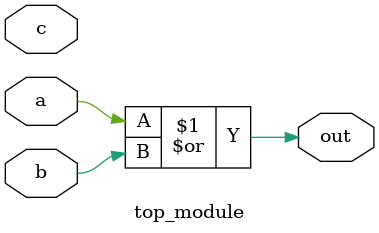
<source format=sv>
module top_module(
    input a, 
    input b,
    input c,
    output out
); 

    assign out = a | b;

endmodule

</source>
